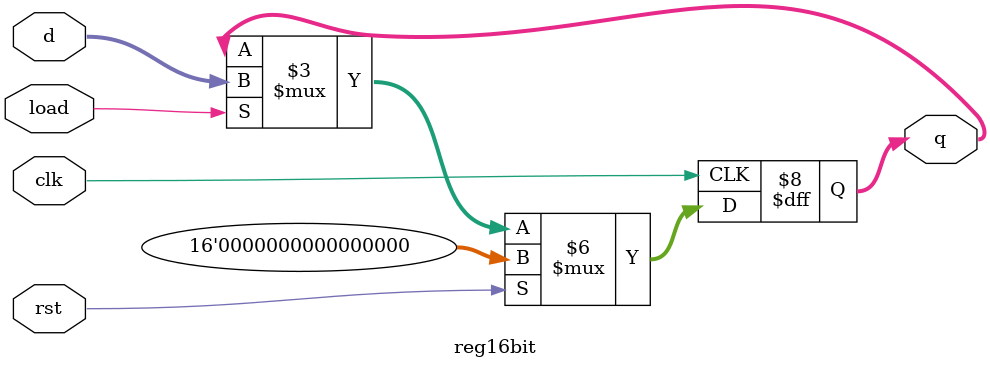
<source format=v>
module reg16bit(output reg[15:0] q , input[15:0] d, input clk,load,rst );
  
  
  always@(posedge(clk)) begin
    
    if(rst)
       q<=16'b000000000000000;
    else if(load)
         q<=d;
      
      else
        q<=q;
    end
      
    

  
  
  
  
endmodule 
</source>
